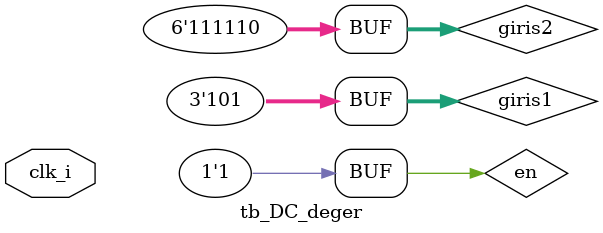
<source format=v>
`timescale 1ns / 1ps


module tb_DC_deger(
        input clk_i
    );
    
    reg [2:0] giris1 = 3'b101;
    wire [3:0] cikis1;
    reg en= 1'b1;
    
    reg [5:0] giris2= 6'b111110;
    wire [3:0] cikis2;
    
    DC_deger#(.uzunluk(3)) DC_deger_tb1(
        .clk_i(clk_i),
        .en_i(en),
        .giris_i(giris1),
        .cikis_o(cikis1));
     
     DC_deger#(.uzunluk(6)) DC_deger_tb2(
        .clk_i(clk_i),
        .en_i(en),
        .giris_i(giris2),
        .cikis_o(cikis2));
endmodule

</source>
